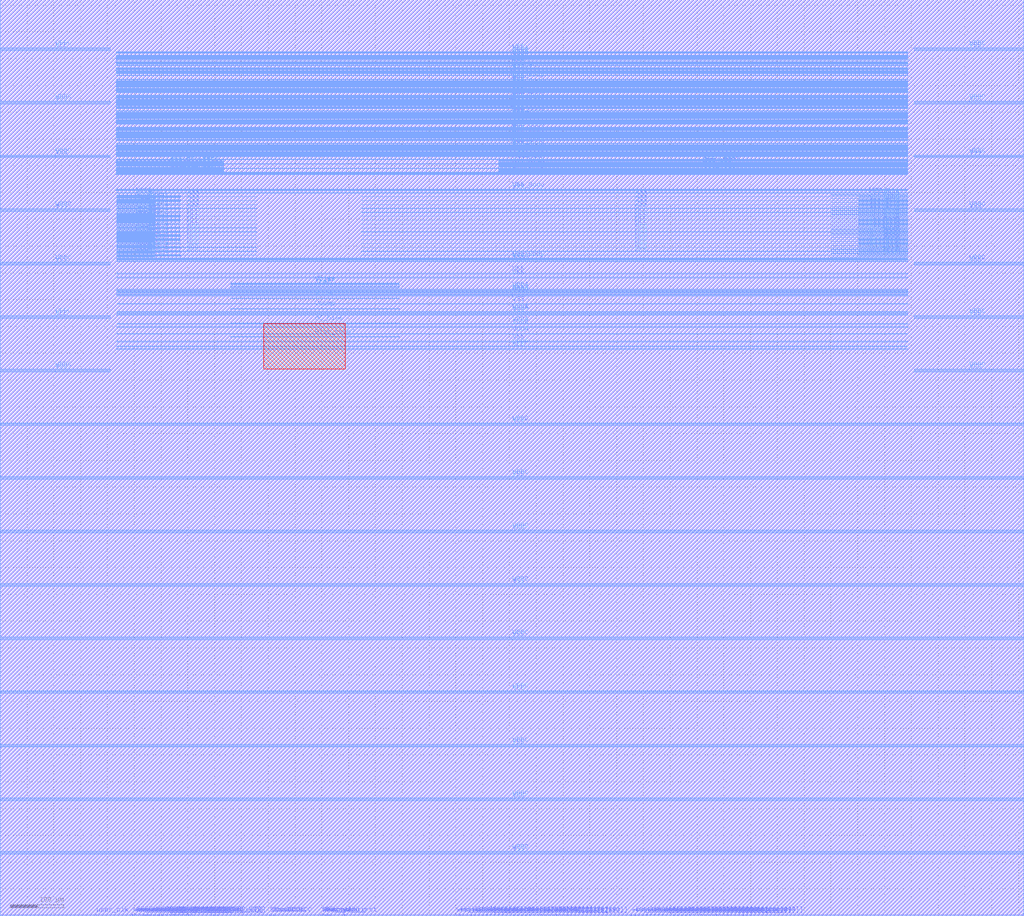
<source format=lef>
VERSION 5.7 ;
BUSBITCHARS "[]" ;
DIVIDERCHAR "/" ;
MACRO Neuromorphic_X1_wb
  CLASS BLOCK ;
  ORIGIN 0 0 ;
  FOREIGN Neuromorphic_X1_wb 0 0 ;
  SIZE 1910 BY 1710 ;
  PIN wbs_we_i
    DIRECTION INPUT ;
    USE SIGNAL ;
    PORT
      LAYER met2 ;
        RECT 607.73 0 608.03 2.91 ;
    END
  END wbs_we_i
  PIN wbs_dat_i[0]
    DIRECTION INPUT ;
    USE SIGNAL ;
    PORT
      LAYER met2 ;
        RECT 850.41 0 850.71 2.91 ;
    END
  END wbs_dat_i[0]
  PIN wbs_dat_i[31]
    DIRECTION INPUT ;
    USE SIGNAL ;
    PORT
      LAYER met2 ;
        RECT 1073.61 0 1073.91 2.91 ;
    END
  END wbs_dat_i[31]
  PIN wbs_dat_i[30]
    DIRECTION INPUT ;
    USE SIGNAL ;
    PORT
      LAYER met2 ;
        RECT 1066.41 0 1066.71 2.91 ;
    END
  END wbs_dat_i[30]
  PIN wbs_dat_i[29]
    DIRECTION INPUT ;
    USE SIGNAL ;
    PORT
      LAYER met2 ;
        RECT 1059.21 0 1059.51 2.91 ;
    END
  END wbs_dat_i[29]
  PIN wbs_dat_i[28]
    DIRECTION INPUT ;
    USE SIGNAL ;
    PORT
      LAYER met2 ;
        RECT 1052.01 0 1052.31 2.91 ;
    END
  END wbs_dat_i[28]
  PIN wbs_dat_i[27]
    DIRECTION INPUT ;
    USE SIGNAL ;
    PORT
      LAYER met2 ;
        RECT 1044.81 0 1045.11 2.91 ;
    END
  END wbs_dat_i[27]
  PIN wbs_dat_i[26]
    DIRECTION INPUT ;
    USE SIGNAL ;
    PORT
      LAYER met2 ;
        RECT 1037.61 0 1037.91 2.91 ;
    END
  END wbs_dat_i[26]
  PIN wbs_dat_i[25]
    DIRECTION INPUT ;
    USE SIGNAL ;
    PORT
      LAYER met2 ;
        RECT 1030.41 0 1030.71 2.91 ;
    END
  END wbs_dat_i[25]
  PIN wbs_dat_i[24]
    DIRECTION INPUT ;
    USE SIGNAL ;
    PORT
      LAYER met2 ;
        RECT 1023.21 0 1023.51 2.91 ;
    END
  END wbs_dat_i[24]
  PIN wbs_dat_i[23]
    DIRECTION INPUT ;
    USE SIGNAL ;
    PORT
      LAYER met2 ;
        RECT 1016.01 0 1016.31 2.91 ;
    END
  END wbs_dat_i[23]
  PIN wbs_dat_i[22]
    DIRECTION INPUT ;
    USE SIGNAL ;
    PORT
      LAYER met2 ;
        RECT 1008.81 0 1009.11 2.91 ;
    END
  END wbs_dat_i[22]
  PIN wbs_dat_i[21]
    DIRECTION INPUT ;
    USE SIGNAL ;
    PORT
      LAYER met2 ;
        RECT 1001.61 0 1001.91 2.91 ;
    END
  END wbs_dat_i[21]
  PIN wbs_dat_i[20]
    DIRECTION INPUT ;
    USE SIGNAL ;
    PORT
      LAYER met2 ;
        RECT 994.41 0 994.71 2.91 ;
    END
  END wbs_dat_i[20]
  PIN wbs_dat_i[19]
    DIRECTION INPUT ;
    USE SIGNAL ;
    PORT
      LAYER met2 ;
        RECT 987.21 0 987.51 2.91 ;
    END
  END wbs_dat_i[19]
  PIN wbs_dat_i[18]
    DIRECTION INPUT ;
    USE SIGNAL ;
    PORT
      LAYER met2 ;
        RECT 980.01 0 980.31 2.91 ;
    END
  END wbs_dat_i[18]
  PIN wbs_dat_i[17]
    DIRECTION INPUT ;
    USE SIGNAL ;
    PORT
      LAYER met2 ;
        RECT 972.81 0 973.11 2.91 ;
    END
  END wbs_dat_i[17]
  PIN wbs_dat_i[16]
    DIRECTION INPUT ;
    USE SIGNAL ;
    PORT
      LAYER met2 ;
        RECT 965.61 0 965.91 2.91 ;
    END
  END wbs_dat_i[16]
  PIN wbs_dat_i[15]
    DIRECTION INPUT ;
    USE SIGNAL ;
    PORT
      LAYER met2 ;
        RECT 958.41 0 958.71 2.91 ;
    END
  END wbs_dat_i[15]
  PIN wbs_dat_i[14]
    DIRECTION INPUT ;
    USE SIGNAL ;
    PORT
      LAYER met2 ;
        RECT 951.21 0 951.51 2.91 ;
    END
  END wbs_dat_i[14]
  PIN wbs_dat_i[13]
    DIRECTION INPUT ;
    USE SIGNAL ;
    PORT
      LAYER met2 ;
        RECT 944.01 0 944.31 2.91 ;
    END
  END wbs_dat_i[13]
  PIN wbs_dat_i[12]
    DIRECTION INPUT ;
    USE SIGNAL ;
    PORT
      LAYER met2 ;
        RECT 936.81 0 937.11 2.91 ;
    END
  END wbs_dat_i[12]
  PIN wbs_dat_i[11]
    DIRECTION INPUT ;
    USE SIGNAL ;
    PORT
      LAYER met2 ;
        RECT 929.61 0 929.91 2.91 ;
    END
  END wbs_dat_i[11]
  PIN wbs_dat_i[10]
    DIRECTION INPUT ;
    USE SIGNAL ;
    PORT
      LAYER met2 ;
        RECT 922.41 0 922.71 2.91 ;
    END
  END wbs_dat_i[10]
  PIN wbs_dat_i[9]
    DIRECTION INPUT ;
    USE SIGNAL ;
    PORT
      LAYER met2 ;
        RECT 915.21 0 915.51 2.91 ;
    END
  END wbs_dat_i[9]
  PIN wbs_dat_i[8]
    DIRECTION INPUT ;
    USE SIGNAL ;
    PORT
      LAYER met2 ;
        RECT 908.01 0 908.31 2.91 ;
    END
  END wbs_dat_i[8]
  PIN wbs_dat_i[7]
    DIRECTION INPUT ;
    USE SIGNAL ;
    PORT
      LAYER met2 ;
        RECT 900.81 0 901.11 2.91 ;
    END
  END wbs_dat_i[7]
  PIN wbs_dat_i[6]
    DIRECTION INPUT ;
    USE SIGNAL ;
    PORT
      LAYER met2 ;
        RECT 893.61 0 893.91 2.91 ;
    END
  END wbs_dat_i[6]
  PIN wbs_dat_i[5]
    DIRECTION INPUT ;
    USE SIGNAL ;
    PORT
      LAYER met2 ;
        RECT 886.41 0 886.71 2.91 ;
    END
  END wbs_dat_i[5]
  PIN wbs_dat_i[4]
    DIRECTION INPUT ;
    USE SIGNAL ;
    PORT
      LAYER met2 ;
        RECT 879.21 0 879.51 2.91 ;
    END
  END wbs_dat_i[4]
  PIN wbs_dat_i[3]
    DIRECTION INPUT ;
    USE SIGNAL ;
    PORT
      LAYER met2 ;
        RECT 872.01 0 872.31 2.91 ;
    END
  END wbs_dat_i[3]
  PIN wbs_dat_i[2]
    DIRECTION INPUT ;
    USE SIGNAL ;
    PORT
      LAYER met2 ;
        RECT 864.81 0 865.11 2.91 ;
    END
  END wbs_dat_i[2]
  PIN user_clk
    DIRECTION INPUT ;
    USE SIGNAL ;
    PORT
      LAYER met2 ;
        RECT 178.83 0 179.13 2.91 ;
    END
  END user_clk
  PIN wbs_sel_i[3]
    DIRECTION INPUT ;
    USE SIGNAL ;
    PORT
      LAYER met2 ;
        RECT 394.655 0 394.955 2.91 ;
    END
  END wbs_sel_i[3]
  PIN wbs_sel_i[2]
    DIRECTION INPUT ;
    USE SIGNAL ;
    PORT
      LAYER met2 ;
        RECT 398.255 0 398.555 2.91 ;
    END
  END wbs_sel_i[2]
  PIN wbs_sel_i[1]
    DIRECTION INPUT ;
    USE SIGNAL ;
    PORT
      LAYER met2 ;
        RECT 401.855 0 402.155 2.91 ;
    END
  END wbs_sel_i[1]
  PIN wbs_ack_o
    DIRECTION OUTPUT ;
    USE SIGNAL ;
    PORT
      LAYER met2 ;
        RECT 614.92 0 615.22 2.91 ;
    END
  END wbs_ack_o
  PIN wbs_dat_o[9]
    DIRECTION OUTPUT ;
    USE SIGNAL ;
    PORT
      LAYER met2 ;
        RECT 1242.575 0 1242.875 2.91 ;
    END
  END wbs_dat_o[9]
  PIN wbs_dat_o[8]
    DIRECTION OUTPUT ;
    USE SIGNAL ;
    PORT
      LAYER met2 ;
        RECT 1235.375 0 1235.675 2.91 ;
    END
  END wbs_dat_o[8]
  PIN wbs_dat_o[29]
    DIRECTION OUTPUT ;
    USE SIGNAL ;
    PORT
      LAYER met2 ;
        RECT 1386.575 0 1386.875 2.91 ;
    END
  END wbs_dat_o[29]
  PIN wbs_dat_o[2]
    DIRECTION OUTPUT ;
    USE SIGNAL ;
    PORT
      LAYER met2 ;
        RECT 1192.175 0 1192.475 2.91 ;
    END
  END wbs_dat_o[2]
  PIN wbs_dat_i[1]
    DIRECTION INPUT ;
    USE SIGNAL ;
    PORT
      LAYER met2 ;
        RECT 857.61 0 857.91 2.91 ;
    END
  END wbs_dat_i[1]
  PIN wbs_dat_o[28]
    DIRECTION OUTPUT ;
    USE SIGNAL ;
    PORT
      LAYER met2 ;
        RECT 1379.375 0 1379.675 2.91 ;
    END
  END wbs_dat_o[28]
  PIN wbs_dat_o[27]
    DIRECTION OUTPUT ;
    USE SIGNAL ;
    PORT
      LAYER met2 ;
        RECT 1372.175 0 1372.475 2.91 ;
    END
  END wbs_dat_o[27]
  PIN wbs_dat_o[26]
    DIRECTION OUTPUT ;
    USE SIGNAL ;
    PORT
      LAYER met2 ;
        RECT 1364.975 0 1365.275 2.91 ;
    END
  END wbs_dat_o[26]
  PIN wbs_dat_o[25]
    DIRECTION OUTPUT ;
    USE SIGNAL ;
    PORT
      LAYER met2 ;
        RECT 1357.775 0 1358.075 2.91 ;
    END
  END wbs_dat_o[25]
  PIN wbs_dat_o[24]
    DIRECTION OUTPUT ;
    USE SIGNAL ;
    PORT
      LAYER met2 ;
        RECT 1350.575 0 1350.875 2.91 ;
    END
  END wbs_dat_o[24]
  PIN wbs_dat_o[23]
    DIRECTION OUTPUT ;
    USE SIGNAL ;
    PORT
      LAYER met2 ;
        RECT 1343.375 0 1343.675 2.91 ;
    END
  END wbs_dat_o[23]
  PIN wbs_dat_o[22]
    DIRECTION OUTPUT ;
    USE SIGNAL ;
    PORT
      LAYER met2 ;
        RECT 1336.175 0 1336.475 2.91 ;
    END
  END wbs_dat_o[22]
  PIN wbs_dat_o[21]
    DIRECTION OUTPUT ;
    USE SIGNAL ;
    PORT
      LAYER met2 ;
        RECT 1328.975 0 1329.275 2.91 ;
    END
  END wbs_dat_o[21]
  PIN wbs_dat_o[20]
    DIRECTION OUTPUT ;
    USE SIGNAL ;
    PORT
      LAYER met2 ;
        RECT 1321.775 0 1322.075 2.91 ;
    END
  END wbs_dat_o[20]
  PIN wbs_dat_o[19]
    DIRECTION OUTPUT ;
    USE SIGNAL ;
    PORT
      LAYER met2 ;
        RECT 1314.575 0 1314.875 2.91 ;
    END
  END wbs_dat_o[19]
  PIN wbs_dat_o[18]
    DIRECTION OUTPUT ;
    USE SIGNAL ;
    PORT
      LAYER met2 ;
        RECT 1307.375 0 1307.675 2.91 ;
    END
  END wbs_dat_o[18]
  PIN wbs_dat_o[17]
    DIRECTION OUTPUT ;
    USE SIGNAL ;
    PORT
      LAYER met2 ;
        RECT 1300.175 0 1300.475 2.91 ;
    END
  END wbs_dat_o[17]
  PIN wbs_dat_o[16]
    DIRECTION OUTPUT ;
    USE SIGNAL ;
    PORT
      LAYER met2 ;
        RECT 1292.975 0 1293.275 2.91 ;
    END
  END wbs_dat_o[16]
  PIN wbs_dat_o[15]
    DIRECTION OUTPUT ;
    USE SIGNAL ;
    PORT
      LAYER met2 ;
        RECT 1285.775 0 1286.075 2.91 ;
    END
  END wbs_dat_o[15]
  PIN wbs_dat_o[14]
    DIRECTION OUTPUT ;
    USE SIGNAL ;
    PORT
      LAYER met2 ;
        RECT 1278.575 0 1278.875 2.91 ;
    END
  END wbs_dat_o[14]
  PIN wbs_dat_o[13]
    DIRECTION OUTPUT ;
    USE SIGNAL ;
    PORT
      LAYER met2 ;
        RECT 1271.375 0 1271.675 2.91 ;
    END
  END wbs_dat_o[13]
  PIN wbs_dat_o[12]
    DIRECTION OUTPUT ;
    USE SIGNAL ;
    PORT
      LAYER met2 ;
        RECT 1264.175 0 1264.475 2.91 ;
    END
  END wbs_dat_o[12]
  PIN wbs_dat_o[11]
    DIRECTION OUTPUT ;
    USE SIGNAL ;
    PORT
      LAYER met2 ;
        RECT 1256.975 0 1257.275 2.91 ;
    END
  END wbs_dat_o[11]
  PIN wbs_dat_o[31]
    DIRECTION OUTPUT ;
    USE SIGNAL ;
    PORT
      LAYER met2 ;
        RECT 1400.975 0 1401.275 2.91 ;
    END
  END wbs_dat_o[31]
  PIN wbs_dat_o[7]
    DIRECTION OUTPUT ;
    USE SIGNAL ;
    PORT
      LAYER met2 ;
        RECT 1228.175 0 1228.475 2.91 ;
    END
  END wbs_dat_o[7]
  PIN wbs_dat_o[6]
    DIRECTION OUTPUT ;
    USE SIGNAL ;
    PORT
      LAYER met2 ;
        RECT 1220.975 0 1221.275 2.91 ;
    END
  END wbs_dat_o[6]
  PIN wbs_dat_o[5]
    DIRECTION OUTPUT ;
    USE SIGNAL ;
    PORT
      LAYER met2 ;
        RECT 1213.775 0 1214.075 2.91 ;
    END
  END wbs_dat_o[5]
  PIN wbs_dat_o[4]
    DIRECTION OUTPUT ;
    USE SIGNAL ;
    PORT
      LAYER met2 ;
        RECT 1206.575 0 1206.875 2.91 ;
    END
  END wbs_dat_o[4]
  PIN wbs_dat_o[3]
    DIRECTION OUTPUT ;
    USE SIGNAL ;
    PORT
      LAYER met2 ;
        RECT 1199.375 0 1199.675 2.91 ;
    END
  END wbs_dat_o[3]
  PIN wbs_dat_o[30]
    DIRECTION OUTPUT ;
    USE SIGNAL ;
    PORT
      LAYER met2 ;
        RECT 1393.775 0 1394.075 2.91 ;
    END
  END wbs_dat_o[30]
  PIN wbs_dat_o[1]
    DIRECTION OUTPUT ;
    USE SIGNAL ;
    PORT
      LAYER met2 ;
        RECT 1184.975 0 1185.275 2.91 ;
    END
  END wbs_dat_o[1]
  PIN wbs_dat_o[10]
    DIRECTION OUTPUT ;
    USE SIGNAL ;
    PORT
      LAYER met2 ;
        RECT 1249.775 0 1250.075 2.91 ;
    END
  END wbs_dat_o[10]
  PIN user_rst
    DIRECTION INPUT ;
    USE SIGNAL ;
    PORT
      LAYER met2 ;
        RECT 642.25 0 642.55 2.91 ;
    END
  END user_rst
  PIN wb_rst_i
    DIRECTION INPUT ;
    USE SIGNAL ;
    PORT
      LAYER met2 ;
        RECT 611.33 0 611.63 2.91 ;
    END
  END wb_rst_i
  PIN dc_bias
    DIRECTION INPUT ;
    USE SIGNAL ;
    PORT
      LAYER met3 ;
        RECT 430.06 1105.585 744.26 1106.715 ;
    END
  END dc_bias
  PIN wbs_sel_i[0]
    DIRECTION INPUT ;
    USE SIGNAL ;
    PORT
      LAYER met2 ;
        RECT 405.455 0 405.755 2.91 ;
    END
  END wbs_sel_i[0]
  PIN wbs_dat_o[0]
    DIRECTION OUTPUT ;
    USE SIGNAL ;
    PORT
      LAYER met2 ;
        RECT 1177.775 0 1178.075 2.91 ;
    END
  END wbs_dat_o[0]
  PIN TM
    DIRECTION INPUT ;
    USE SIGNAL ;
    PORT
      LAYER met2 ;
        RECT 597.725 0 598.025 2.91 ;
    END
  END TM
  PIN wbs_stb_i
    DIRECTION INPUT ;
    USE SIGNAL ;
    PORT
      LAYER met2 ;
        RECT 604.44 0 604.74 2.91 ;
    END
  END wbs_stb_i
  PIN ScanInCC
    DIRECTION INPUT ;
    USE SIGNAL ;
    PORT
      LAYER met2 ;
        RECT 509.995 0 510.295 2.91 ;
    END
  END ScanInCC
  PIN ScanInDL
    DIRECTION INPUT ;
    USE SIGNAL ;
    PORT
      LAYER met2 ;
        RECT 506.395 0 506.695 2.91 ;
    END
  END ScanInDL
  PIN ScanInDR
    DIRECTION INPUT ;
    USE SIGNAL ;
    PORT
      LAYER met2 ;
        RECT 502.795 0 503.095 2.91 ;
    END
  END ScanInDR
  PIN ScanOutCC
    DIRECTION OUTPUT ;
    USE SIGNAL ;
    PORT
      LAYER met2 ;
        RECT 513.8 0 514.1 2.91 ;
    END
  END ScanOutCC
  PIN Iref
    DIRECTION INPUT ;
    USE SIGNAL ;
    PORT
      LAYER met3 ;
        RECT 430.06 1171.82 744.26 1173.12 ;
    END
    PORT
      LAYER met3 ;
        RECT 430.06 1173.82 744.26 1175.12 ;
    END
  END Iref
  PIN Vbias
    DIRECTION INPUT ;
    USE SIGNAL ;
    PORT
      LAYER met3 ;
        RECT 430.06 1179.84 744.26 1180.97 ;
    END
    PORT
      LAYER met3 ;
        RECT 430.06 1178.21 744.26 1179.34 ;
    END
  END Vbias
  PIN Vcomp
    DIRECTION INPUT ;
    USE SIGNAL ;
    PORT
      LAYER met3 ;
        RECT 430.06 1132.74 744.26 1133.87 ;
    END
    PORT
      LAYER met3 ;
        RECT 430.06 1152.17 744.26 1153.3 ;
    END
  END Vcomp
  PIN wbs_adr_i[10]
    DIRECTION INPUT ;
    USE SIGNAL ;
    PORT
      LAYER met2 ;
        RECT 282.605 0 282.905 2.91 ;
    END
  END wbs_adr_i[10]
  PIN Bias_comp2
    DIRECTION INPUT ;
    USE SIGNAL ;
    PORT
      LAYER met3 ;
        RECT 430.06 1079.87 744.26 1081 ;
    END
  END Bias_comp2
  PIN wbs_adr_i[0]
    DIRECTION INPUT ;
    USE SIGNAL ;
    PORT
      LAYER met2 ;
        RECT 246.605 0 246.905 2.91 ;
    END
  END wbs_adr_i[0]
  PIN Vcc_L
    DIRECTION INPUT ;
    USE SIGNAL ;
    PORT
      LAYER met3 ;
        RECT 216.895 1385.22 1692.84 1386.22 ;
    END
    PORT
      LAYER met3 ;
        RECT 1550.535 1229.19 1692.935 1229.53 ;
    END
    PORT
      LAYER met3 ;
        RECT 1550.535 1236.47 1692.935 1236.81 ;
    END
    PORT
      LAYER met3 ;
        RECT 1550.535 1243.75 1692.935 1244.09 ;
    END
    PORT
      LAYER met3 ;
        RECT 1550.535 1251.03 1692.935 1251.37 ;
    END
    PORT
      LAYER met3 ;
        RECT 1550.535 1265.59 1692.935 1265.93 ;
    END
    PORT
      LAYER met3 ;
        RECT 1550.535 1258.31 1692.935 1258.65 ;
    END
    PORT
      LAYER met3 ;
        RECT 1550.535 1272.87 1692.935 1273.21 ;
    END
    PORT
      LAYER met3 ;
        RECT 1550.535 1280.15 1692.935 1280.49 ;
    END
    PORT
      LAYER met3 ;
        RECT 1550.535 1287.43 1692.935 1287.77 ;
    END
    PORT
      LAYER met3 ;
        RECT 1550.535 1294.71 1692.935 1295.05 ;
    END
    PORT
      LAYER met3 ;
        RECT 1550.535 1301.99 1692.935 1302.33 ;
    END
    PORT
      LAYER met3 ;
        RECT 1550.535 1309.27 1692.935 1309.61 ;
    END
    PORT
      LAYER met3 ;
        RECT 1550.535 1323.83 1692.935 1324.17 ;
    END
    PORT
      LAYER met3 ;
        RECT 1550.535 1316.55 1692.935 1316.89 ;
    END
    PORT
      LAYER met3 ;
        RECT 1550.535 1338.39 1692.935 1338.73 ;
    END
    PORT
      LAYER met3 ;
        RECT 1550.535 1331.11 1692.935 1331.45 ;
    END
    PORT
      LAYER met3 ;
        RECT 1550.535 1345.67 1692.935 1346.01 ;
    END
    PORT
      LAYER met3 ;
        RECT 216.99 1231.615 336.095 1231.955 ;
    END
    PORT
      LAYER met3 ;
        RECT 216.99 1238.895 336.095 1239.235 ;
    END
    PORT
      LAYER met3 ;
        RECT 216.99 1234.335 336.095 1234.675 ;
    END
    PORT
      LAYER met3 ;
        RECT 216.99 1241.615 336.095 1241.955 ;
    END
    PORT
      LAYER met3 ;
        RECT 216.99 1246.175 336.095 1246.515 ;
    END
    PORT
      LAYER met3 ;
        RECT 216.99 1253.455 336.095 1253.795 ;
    END
    PORT
      LAYER met3 ;
        RECT 216.99 1248.895 336.095 1249.235 ;
    END
    PORT
      LAYER met3 ;
        RECT 216.99 1256.175 336.095 1256.515 ;
    END
    PORT
      LAYER met3 ;
        RECT 216.99 1260.735 336.095 1261.075 ;
    END
    PORT
      LAYER met3 ;
        RECT 216.99 1268.015 336.095 1268.355 ;
    END
    PORT
      LAYER met3 ;
        RECT 216.99 1263.455 336.095 1263.795 ;
    END
    PORT
      LAYER met3 ;
        RECT 216.99 1270.735 336.095 1271.075 ;
    END
    PORT
      LAYER met3 ;
        RECT 216.99 1275.295 336.095 1275.635 ;
    END
    PORT
      LAYER met3 ;
        RECT 216.99 1282.575 336.095 1282.915 ;
    END
    PORT
      LAYER met3 ;
        RECT 216.99 1278.015 336.095 1278.355 ;
    END
    PORT
      LAYER met3 ;
        RECT 216.99 1285.295 336.095 1285.635 ;
    END
    PORT
      LAYER met3 ;
        RECT 216.99 1289.855 336.095 1290.195 ;
    END
    PORT
      LAYER met3 ;
        RECT 216.99 1297.135 336.095 1297.475 ;
    END
    PORT
      LAYER met3 ;
        RECT 216.99 1292.575 336.095 1292.915 ;
    END
    PORT
      LAYER met3 ;
        RECT 216.99 1299.855 336.095 1300.195 ;
    END
    PORT
      LAYER met3 ;
        RECT 216.99 1304.415 336.095 1304.755 ;
    END
    PORT
      LAYER met3 ;
        RECT 216.99 1311.695 336.095 1312.035 ;
    END
    PORT
      LAYER met3 ;
        RECT 216.99 1307.135 336.095 1307.475 ;
    END
    PORT
      LAYER met3 ;
        RECT 216.99 1314.415 336.095 1314.755 ;
    END
    PORT
      LAYER met3 ;
        RECT 216.99 1328.975 336.095 1329.315 ;
    END
    PORT
      LAYER met3 ;
        RECT 216.99 1321.695 336.095 1322.035 ;
    END
    PORT
      LAYER met3 ;
        RECT 216.99 1326.255 336.095 1326.595 ;
    END
    PORT
      LAYER met3 ;
        RECT 216.99 1318.975 336.095 1319.315 ;
    END
    PORT
      LAYER met3 ;
        RECT 216.99 1336.255 336.095 1336.595 ;
    END
    PORT
      LAYER met3 ;
        RECT 216.99 1340.815 336.095 1341.155 ;
    END
    PORT
      LAYER met3 ;
        RECT 216.99 1333.535 336.095 1333.875 ;
    END
    PORT
      LAYER met3 ;
        RECT 216.99 1343.535 336.095 1343.875 ;
    END
    PORT
      LAYER met3 ;
        RECT 216.895 1571.96 1692.84 1572.96 ;
    END
    PORT
      LAYER met3 ;
        RECT 216.895 1573.96 1692.84 1574.96 ;
    END
    PORT
      LAYER met3 ;
        RECT 216.895 1575.96 1692.84 1576.96 ;
    END
    PORT
      LAYER met3 ;
        RECT 216.895 1577.96 1692.84 1578.96 ;
    END
    PORT
      LAYER met3 ;
        RECT 216.895 1579.96 1692.84 1580.96 ;
    END
    PORT
      LAYER met3 ;
        RECT 216.895 1581.96 1692.84 1582.96 ;
    END
  END Vcc_L
  PIN Vcc_Body
    DIRECTION INPUT ;
    USE SIGNAL ;
    PORT
      LAYER met3 ;
        RECT 216.895 1387.08 1692.84 1388.08 ;
    END
    PORT
      LAYER met3 ;
        RECT 216.895 1395.08 1692.84 1396.08 ;
    END
    PORT
      LAYER met3 ;
        RECT 216.895 1403.08 1692.84 1404.08 ;
    END
    PORT
      LAYER met3 ;
        RECT 216.895 1422.86 1692.84 1423.86 ;
    END
    PORT
      LAYER met3 ;
        RECT 216.895 1428.86 1692.84 1429.86 ;
    END
    PORT
      LAYER met3 ;
        RECT 216.895 1455.125 1692.84 1456.125 ;
    END
    PORT
      LAYER met3 ;
        RECT 216.895 1483.545 1692.84 1484.545 ;
    END
    PORT
      LAYER met3 ;
        RECT 216.895 1512.8 1692.84 1513.8 ;
    END
    PORT
      LAYER met3 ;
        RECT 216.895 1548.335 1692.84 1549.335 ;
    END
    PORT
      LAYER met3 ;
        RECT 216.99 1225.155 1692.935 1226.155 ;
    END
    PORT
      LAYER met3 ;
        RECT 216.895 1353.745 1692.84 1354.745 ;
    END
    PORT
      LAYER met3 ;
        RECT 216.895 1411.08 1692.84 1412.08 ;
    END
    PORT
      LAYER met3 ;
        RECT 216.895 1434.86 1692.84 1435.86 ;
    END
    PORT
      LAYER met3 ;
        RECT 216.895 1440.86 1692.84 1441.86 ;
    END
    PORT
      LAYER met3 ;
        RECT 216.895 1467.125 1692.84 1468.125 ;
    END
    PORT
      LAYER met3 ;
        RECT 216.895 1495.545 1692.84 1496.545 ;
    END
    PORT
      LAYER met3 ;
        RECT 216.895 1524.8 1692.84 1525.8 ;
    END
    PORT
      LAYER met3 ;
        RECT 216.895 1560.335 1692.84 1561.335 ;
    END
  END Vcc_Body
  PIN Vcc_reset
    DIRECTION INPUT ;
    USE SIGNAL ;
    PORT
      LAYER met3 ;
        RECT 929.635 1409.22 1692.84 1410.22 ;
    END
    PORT
      LAYER met3 ;
        RECT 929.635 1407.22 1692.84 1408.22 ;
    END
    PORT
      LAYER met3 ;
        RECT 929.635 1405.22 1692.84 1406.22 ;
    END
  END Vcc_reset
  PIN Vcc_set
    DIRECTION INPUT ;
    USE SIGNAL ;
    PORT
      LAYER met3 ;
        RECT 929.635 1401.08 1692.84 1402.08 ;
    END
    PORT
      LAYER met3 ;
        RECT 929.635 1399.08 1692.84 1400.08 ;
    END
    PORT
      LAYER met3 ;
        RECT 929.635 1397.08 1692.84 1398.08 ;
    END
  END Vcc_set
  PIN Vcc_wl_reset
    DIRECTION INPUT ;
    USE SIGNAL ;
    PORT
      LAYER met3 ;
        RECT 216.895 1409.08 416.89 1410.08 ;
    END
    PORT
      LAYER met3 ;
        RECT 216.895 1407.08 416.89 1408.08 ;
    END
    PORT
      LAYER met3 ;
        RECT 216.895 1405.08 416.89 1406.08 ;
    END
  END Vcc_wl_reset
  PIN Vcc_wl_set
    DIRECTION INPUT ;
    USE SIGNAL ;
    PORT
      LAYER met3 ;
        RECT 216.895 1400.94 416.89 1401.94 ;
    END
    PORT
      LAYER met3 ;
        RECT 216.895 1398.94 416.89 1399.94 ;
    END
    PORT
      LAYER met3 ;
        RECT 216.895 1396.94 416.89 1397.94 ;
    END
  END Vcc_wl_set
  PIN Vcc_wl_read
    DIRECTION INPUT ;
    USE SIGNAL ;
    PORT
      LAYER met3 ;
        RECT 216.895 1392.94 416.89 1393.94 ;
    END
    PORT
      LAYER met3 ;
        RECT 216.895 1390.94 416.89 1391.94 ;
    END
    PORT
      LAYER met3 ;
        RECT 216.895 1388.94 416.89 1389.94 ;
    END
  END Vcc_wl_read
  PIN Vcc_read
    DIRECTION INPUT ;
    USE SIGNAL ;
    PORT
      LAYER met3 ;
        RECT 929.635 1393.08 1692.84 1394.08 ;
    END
    PORT
      LAYER met3 ;
        RECT 929.635 1391.08 1692.84 1392.08 ;
    END
    PORT
      LAYER met3 ;
        RECT 929.635 1389.08 1692.84 1390.08 ;
    END
  END Vcc_read
  PIN VSS
    DIRECTION INOUT ;
    USE GROUND ;
    PORT
      LAYER met3 ;
        RECT 216.895 1383.36 1692.84 1384.36 ;
    END
    PORT
      LAYER met3 ;
        RECT 216.99 1121.125 1692.935 1122.625 ;
    END
    PORT
      LAYER met3 ;
        RECT 216.99 1141.41 1692.935 1142.91 ;
    END
    PORT
      LAYER met3 ;
        RECT 216.99 1157.14 1692.935 1158.64 ;
    END
    PORT
      LAYER met3 ;
        RECT 216.99 1165.585 1692.935 1167.085 ;
    END
    PORT
      LAYER met3 ;
        RECT 673.905 1232.83 1692.935 1233.17 ;
    END
    PORT
      LAYER met3 ;
        RECT 673.905 1240.11 1692.935 1240.45 ;
    END
    PORT
      LAYER met3 ;
        RECT 673.905 1247.39 1692.935 1247.73 ;
    END
    PORT
      LAYER met3 ;
        RECT 673.905 1254.67 1692.935 1255.01 ;
    END
    PORT
      LAYER met3 ;
        RECT 673.905 1261.95 1692.935 1262.29 ;
    END
    PORT
      LAYER met3 ;
        RECT 673.905 1269.23 1692.935 1269.57 ;
    END
    PORT
      LAYER met3 ;
        RECT 673.905 1276.51 1692.935 1276.85 ;
    END
    PORT
      LAYER met3 ;
        RECT 673.905 1283.79 1692.935 1284.13 ;
    END
    PORT
      LAYER met3 ;
        RECT 673.905 1291.07 1692.935 1291.41 ;
    END
    PORT
      LAYER met3 ;
        RECT 673.905 1298.35 1692.935 1298.69 ;
    END
    PORT
      LAYER met3 ;
        RECT 673.905 1305.63 1692.935 1305.97 ;
    END
    PORT
      LAYER met3 ;
        RECT 673.905 1312.91 1692.935 1313.25 ;
    END
    PORT
      LAYER met3 ;
        RECT 673.905 1320.19 1692.935 1320.53 ;
    END
    PORT
      LAYER met3 ;
        RECT 673.905 1327.47 1692.935 1327.81 ;
    END
    PORT
      LAYER met3 ;
        RECT 673.905 1334.75 1692.935 1335.09 ;
    END
    PORT
      LAYER met3 ;
        RECT 673.905 1342.03 1692.935 1342.37 ;
    END
    PORT
      LAYER met3 ;
        RECT 216.99 1240.255 478.585 1240.595 ;
    END
    PORT
      LAYER met3 ;
        RECT 216.99 1232.975 478.585 1233.315 ;
    END
    PORT
      LAYER met3 ;
        RECT 216.99 1247.535 478.585 1247.875 ;
    END
    PORT
      LAYER met3 ;
        RECT 216.99 1254.815 478.585 1255.155 ;
    END
    PORT
      LAYER met3 ;
        RECT 216.99 1269.375 478.585 1269.715 ;
    END
    PORT
      LAYER met3 ;
        RECT 216.99 1262.095 478.585 1262.435 ;
    END
    PORT
      LAYER met3 ;
        RECT 216.99 1283.935 478.585 1284.275 ;
    END
    PORT
      LAYER met3 ;
        RECT 216.99 1276.655 478.585 1276.995 ;
    END
    PORT
      LAYER met3 ;
        RECT 216.99 1298.495 478.585 1298.835 ;
    END
    PORT
      LAYER met3 ;
        RECT 216.99 1291.215 478.585 1291.555 ;
    END
    PORT
      LAYER met3 ;
        RECT 216.99 1313.055 478.585 1313.395 ;
    END
    PORT
      LAYER met3 ;
        RECT 216.99 1305.775 478.585 1306.115 ;
    END
    PORT
      LAYER met3 ;
        RECT 216.99 1327.615 478.585 1327.955 ;
    END
    PORT
      LAYER met3 ;
        RECT 216.99 1320.335 478.585 1320.675 ;
    END
    PORT
      LAYER met3 ;
        RECT 216.99 1334.895 478.585 1335.235 ;
    END
    PORT
      LAYER met3 ;
        RECT 216.895 1416.86 1692.84 1417.86 ;
    END
    PORT
      LAYER met3 ;
        RECT 216.895 1424.86 1692.84 1425.86 ;
    END
    PORT
      LAYER met3 ;
        RECT 216.895 1426.86 1692.84 1427.86 ;
    END
    PORT
      LAYER met3 ;
        RECT 216.895 1418.86 1692.84 1419.86 ;
    END
    PORT
      LAYER met3 ;
        RECT 216.895 1420.86 1692.84 1421.86 ;
    END
    PORT
      LAYER met3 ;
        RECT 216.895 1447.125 1692.84 1448.125 ;
    END
    PORT
      LAYER met3 ;
        RECT 216.895 1449.125 1692.84 1450.125 ;
    END
    PORT
      LAYER met3 ;
        RECT 216.895 1451.125 1692.84 1452.125 ;
    END
    PORT
      LAYER met3 ;
        RECT 216.895 1453.125 1692.84 1454.125 ;
    END
    PORT
      LAYER met3 ;
        RECT 216.895 1457.125 1692.84 1458.125 ;
    END
    PORT
      LAYER met3 ;
        RECT 216.895 1459.125 1692.84 1460.125 ;
    END
    PORT
      LAYER met3 ;
        RECT 216.895 1477.545 1692.84 1478.545 ;
    END
    PORT
      LAYER met3 ;
        RECT 216.895 1479.545 1692.84 1480.545 ;
    END
    PORT
      LAYER met3 ;
        RECT 216.895 1481.545 1692.84 1482.545 ;
    END
    PORT
      LAYER met3 ;
        RECT 216.895 1485.545 1692.84 1486.545 ;
    END
    PORT
      LAYER met3 ;
        RECT 216.895 1487.545 1692.84 1488.545 ;
    END
    PORT
      LAYER met3 ;
        RECT 216.895 1489.545 1692.84 1490.545 ;
    END
    PORT
      LAYER met3 ;
        RECT 216.895 1506.8 1692.84 1507.8 ;
    END
    PORT
      LAYER met3 ;
        RECT 216.895 1508.8 1692.84 1509.8 ;
    END
    PORT
      LAYER met3 ;
        RECT 216.895 1510.8 1692.84 1511.8 ;
    END
    PORT
      LAYER met3 ;
        RECT 216.895 1514.8 1692.84 1515.8 ;
    END
    PORT
      LAYER met3 ;
        RECT 216.895 1516.8 1692.84 1517.8 ;
    END
    PORT
      LAYER met3 ;
        RECT 216.895 1518.8 1692.84 1519.8 ;
    END
    PORT
      LAYER met3 ;
        RECT 216.895 1536.335 1692.84 1537.335 ;
    END
    PORT
      LAYER met3 ;
        RECT 216.895 1538.335 1692.84 1539.335 ;
    END
    PORT
      LAYER met3 ;
        RECT 216.895 1540.335 1692.84 1541.335 ;
    END
    PORT
      LAYER met3 ;
        RECT 216.895 1542.335 1692.84 1543.335 ;
    END
    PORT
      LAYER met3 ;
        RECT 216.895 1544.335 1692.84 1545.335 ;
    END
    PORT
      LAYER met3 ;
        RECT 216.895 1546.335 1692.84 1547.335 ;
    END
    PORT
      LAYER met3 ;
        RECT 216.895 1612.375 1692.84 1613.375 ;
    END
    PORT
      LAYER met3 ;
        RECT 1705 1614.86 1910 1616.66 ;
    END
    PORT
      LAYER met3 ;
        RECT 1705 1514.86 1910 1516.66 ;
    END
    PORT
      LAYER met3 ;
        RECT 1705 1414.86 1910 1416.66 ;
    END
    PORT
      LAYER met3 ;
        RECT 1705 1314.86 1910 1316.66 ;
    END
    PORT
      LAYER met3 ;
        RECT 1705 1214.86 1910 1216.66 ;
    END
    PORT
      LAYER met3 ;
        RECT 1705 1114.86 1910 1116.66 ;
    END
    PORT
      LAYER met3 ;
        RECT 0 1614.86 205 1616.66 ;
    END
    PORT
      LAYER met3 ;
        RECT 0 1514.86 205 1516.66 ;
    END
    PORT
      LAYER met3 ;
        RECT 0 1414.86 205 1416.66 ;
    END
    PORT
      LAYER met3 ;
        RECT 0 1314.86 205 1316.66 ;
    END
    PORT
      LAYER met3 ;
        RECT 0 1214.86 205 1216.66 ;
    END
    PORT
      LAYER met3 ;
        RECT 0 1114.86 205 1116.66 ;
    END
    PORT
      LAYER met3 ;
        RECT 1705 1014.86 1910 1016.66 ;
    END
    PORT
      LAYER met3 ;
        RECT 0 1014.86 205 1016.66 ;
    END
    PORT
      LAYER met3 ;
        RECT 0 914.86 1910 916.66 ;
    END
    PORT
      LAYER met3 ;
        RECT 0 814.86 1910 816.66 ;
    END
    PORT
      LAYER met3 ;
        RECT 0 714.86 1910 716.66 ;
    END
    PORT
      LAYER met3 ;
        RECT 0 614.86 1910 616.66 ;
    END
    PORT
      LAYER met3 ;
        RECT 0 514.86 1910 516.66 ;
    END
    PORT
      LAYER met3 ;
        RECT 0 414.86 1910 416.66 ;
    END
    PORT
      LAYER met3 ;
        RECT 0 314.86 1910 316.66 ;
    END
    PORT
      LAYER met3 ;
        RECT 0 214.86 1910 216.66 ;
    END
    PORT
      LAYER met3 ;
        RECT 216.99 1349.035 1692.935 1350.035 ;
    END
    PORT
      LAYER met3 ;
        RECT 216.99 1226.61 1692.935 1227.61 ;
    END
    PORT
      LAYER met3 ;
        RECT 216.99 1342.175 478.585 1342.515 ;
    END
    PORT
      LAYER met3 ;
        RECT 0 114.86 1910 116.66 ;
    END
    PORT
      LAYER met3 ;
        RECT 216.99 1056.94 1692.935 1058.44 ;
    END
    PORT
      LAYER met3 ;
        RECT 216.99 1071.075 1692.935 1072.575 ;
    END
    PORT
      LAYER met3 ;
        RECT 216.99 1190.595 1692.935 1192.095 ;
    END
    PORT
      LAYER met3 ;
        RECT 216.99 1197.855 1692.935 1199.355 ;
    END
    PORT
      LAYER met3 ;
        RECT 216.99 1221.04 1692.935 1222.04 ;
    END
    PORT
      LAYER met3 ;
        RECT 216.895 1355.285 1692.84 1356.285 ;
    END
    PORT
      LAYER met3 ;
        RECT 216.895 1436.86 1692.84 1437.86 ;
    END
    PORT
      LAYER met3 ;
        RECT 216.895 1438.86 1692.84 1439.86 ;
    END
    PORT
      LAYER met3 ;
        RECT 216.895 1430.86 1692.84 1431.86 ;
    END
    PORT
      LAYER met3 ;
        RECT 216.895 1432.86 1692.84 1433.86 ;
    END
    PORT
      LAYER met3 ;
        RECT 216.895 1461.125 1692.84 1462.125 ;
    END
    PORT
      LAYER met3 ;
        RECT 216.895 1463.125 1692.84 1464.125 ;
    END
    PORT
      LAYER met3 ;
        RECT 216.895 1465.125 1692.84 1466.125 ;
    END
    PORT
      LAYER met3 ;
        RECT 216.895 1469.125 1692.84 1470.125 ;
    END
    PORT
      LAYER met3 ;
        RECT 216.895 1471.125 1692.84 1472.125 ;
    END
    PORT
      LAYER met3 ;
        RECT 216.895 1491.545 1692.84 1492.545 ;
    END
    PORT
      LAYER met3 ;
        RECT 216.895 1493.545 1692.84 1494.545 ;
    END
    PORT
      LAYER met3 ;
        RECT 216.895 1497.545 1692.84 1498.545 ;
    END
    PORT
      LAYER met3 ;
        RECT 216.895 1499.545 1692.84 1500.545 ;
    END
    PORT
      LAYER met3 ;
        RECT 216.895 1501.545 1692.84 1502.545 ;
    END
    PORT
      LAYER met3 ;
        RECT 216.895 1520.8 1692.84 1521.8 ;
    END
    PORT
      LAYER met3 ;
        RECT 216.895 1522.8 1692.84 1523.8 ;
    END
    PORT
      LAYER met3 ;
        RECT 216.895 1526.8 1692.84 1527.8 ;
    END
    PORT
      LAYER met3 ;
        RECT 216.895 1528.8 1692.84 1529.8 ;
    END
    PORT
      LAYER met3 ;
        RECT 216.895 1530.8 1692.84 1531.8 ;
    END
    PORT
      LAYER met3 ;
        RECT 216.895 1550.335 1692.84 1551.335 ;
    END
    PORT
      LAYER met3 ;
        RECT 216.895 1552.335 1692.84 1553.335 ;
    END
    PORT
      LAYER met3 ;
        RECT 216.895 1554.335 1692.84 1555.335 ;
    END
    PORT
      LAYER met3 ;
        RECT 216.895 1556.335 1692.84 1557.335 ;
    END
    PORT
      LAYER met3 ;
        RECT 216.895 1558.335 1692.84 1559.335 ;
    END
    PORT
      LAYER met3 ;
        RECT 216.895 1567.88 1692.84 1568.88 ;
    END
    PORT
      LAYER met3 ;
        RECT 216.895 1587.195 1692.84 1588.195 ;
    END
    PORT
      LAYER met3 ;
        RECT 216.895 1589.195 1692.84 1590.195 ;
    END
    PORT
      LAYER met3 ;
        RECT 216.895 1591.195 1692.84 1592.195 ;
    END
    PORT
      LAYER met3 ;
        RECT 216.895 1593.195 1692.84 1594.195 ;
    END
    PORT
      LAYER met3 ;
        RECT 216.895 1597.56 1692.84 1598.56 ;
    END
    PORT
      LAYER met3 ;
        RECT 216.895 1601.56 1692.84 1602.56 ;
    END
  END VSS
  PIN VDDC
    DIRECTION INOUT ;
    USE POWER ;
    PORT
      LAYER met3 ;
        RECT 1705 1618.46 1910 1620.26 ;
    END
    PORT
      LAYER met3 ;
        RECT 1705 1518.46 1910 1520.26 ;
    END
    PORT
      LAYER met3 ;
        RECT 1705 1418.46 1910 1420.26 ;
    END
    PORT
      LAYER met3 ;
        RECT 1705 1318.46 1910 1320.26 ;
    END
    PORT
      LAYER met3 ;
        RECT 1705 1218.46 1910 1220.26 ;
    END
    PORT
      LAYER met3 ;
        RECT 1705 1118.46 1910 1120.26 ;
    END
    PORT
      LAYER met3 ;
        RECT 0 1618.46 205 1620.26 ;
    END
    PORT
      LAYER met3 ;
        RECT 0 1518.46 205 1520.26 ;
    END
    PORT
      LAYER met3 ;
        RECT 0 1418.46 205 1420.26 ;
    END
    PORT
      LAYER met3 ;
        RECT 0 1318.46 205 1320.26 ;
    END
    PORT
      LAYER met3 ;
        RECT 0 1218.46 205 1220.26 ;
    END
    PORT
      LAYER met3 ;
        RECT 0 1118.46 205 1120.26 ;
    END
    PORT
      LAYER met3 ;
        RECT 1705 1018.46 1910 1020.26 ;
    END
    PORT
      LAYER met3 ;
        RECT 0 1018.46 205 1020.26 ;
    END
    PORT
      LAYER met3 ;
        RECT 0 918.46 1910 920.26 ;
    END
    PORT
      LAYER met3 ;
        RECT 0 818.46 1910 820.26 ;
    END
    PORT
      LAYER met3 ;
        RECT 0 718.46 1910 720.26 ;
    END
    PORT
      LAYER met3 ;
        RECT 0 618.46 1910 620.26 ;
    END
    PORT
      LAYER met3 ;
        RECT 0 518.46 1910 520.26 ;
    END
    PORT
      LAYER met3 ;
        RECT 0 418.46 1910 420.26 ;
    END
    PORT
      LAYER met3 ;
        RECT 0 318.46 1910 320.26 ;
    END
    PORT
      LAYER met3 ;
        RECT 0 218.46 1910 220.26 ;
    END
    PORT
      LAYER met3 ;
        RECT 0 118.46 1910 120.26 ;
    END
  END VDDC
  PIN VDDA
    DIRECTION INOUT ;
    USE POWER ;
    PORT
      LAYER met3 ;
        RECT 1601.485 1343.39 1692.935 1343.73 ;
    END
    PORT
      LAYER met3 ;
        RECT 1601.485 1340.67 1692.935 1341.01 ;
    END
    PORT
      LAYER met3 ;
        RECT 1601.485 1336.11 1692.935 1336.45 ;
    END
    PORT
      LAYER met3 ;
        RECT 1601.485 1333.39 1692.935 1333.73 ;
    END
    PORT
      LAYER met3 ;
        RECT 1601.485 1328.83 1692.935 1329.17 ;
    END
    PORT
      LAYER met3 ;
        RECT 1601.485 1326.11 1692.935 1326.45 ;
    END
    PORT
      LAYER met3 ;
        RECT 1601.485 1321.55 1692.935 1321.89 ;
    END
    PORT
      LAYER met3 ;
        RECT 1601.485 1318.83 1692.935 1319.17 ;
    END
    PORT
      LAYER met3 ;
        RECT 1601.485 1314.27 1692.935 1314.61 ;
    END
    PORT
      LAYER met3 ;
        RECT 1601.485 1311.55 1692.935 1311.89 ;
    END
    PORT
      LAYER met3 ;
        RECT 1601.485 1306.99 1692.935 1307.33 ;
    END
    PORT
      LAYER met3 ;
        RECT 1601.485 1304.27 1692.935 1304.61 ;
    END
    PORT
      LAYER met3 ;
        RECT 1601.485 1299.71 1692.935 1300.05 ;
    END
    PORT
      LAYER met3 ;
        RECT 1601.485 1296.99 1692.935 1297.33 ;
    END
    PORT
      LAYER met3 ;
        RECT 1601.485 1292.43 1692.935 1292.77 ;
    END
    PORT
      LAYER met3 ;
        RECT 1601.485 1289.71 1692.935 1290.05 ;
    END
    PORT
      LAYER met3 ;
        RECT 1601.485 1285.15 1692.935 1285.49 ;
    END
    PORT
      LAYER met3 ;
        RECT 1601.485 1282.43 1692.935 1282.77 ;
    END
    PORT
      LAYER met3 ;
        RECT 1601.485 1277.87 1692.935 1278.21 ;
    END
    PORT
      LAYER met3 ;
        RECT 1601.485 1275.15 1692.935 1275.49 ;
    END
    PORT
      LAYER met3 ;
        RECT 1601.485 1270.59 1692.935 1270.93 ;
    END
    PORT
      LAYER met3 ;
        RECT 1601.485 1267.87 1692.935 1268.21 ;
    END
    PORT
      LAYER met3 ;
        RECT 1601.485 1263.31 1692.935 1263.65 ;
    END
    PORT
      LAYER met3 ;
        RECT 1601.485 1260.59 1692.935 1260.93 ;
    END
    PORT
      LAYER met3 ;
        RECT 1601.485 1256.03 1692.935 1256.37 ;
    END
    PORT
      LAYER met3 ;
        RECT 1601.485 1253.31 1692.935 1253.65 ;
    END
    PORT
      LAYER met3 ;
        RECT 1601.485 1248.75 1692.935 1249.09 ;
    END
    PORT
      LAYER met3 ;
        RECT 1601.485 1246.03 1692.935 1246.37 ;
    END
    PORT
      LAYER met3 ;
        RECT 1601.485 1241.47 1692.935 1241.81 ;
    END
    PORT
      LAYER met3 ;
        RECT 1601.485 1238.75 1692.935 1239.09 ;
    END
    PORT
      LAYER met3 ;
        RECT 1601.485 1234.19 1692.935 1234.53 ;
    END
    PORT
      LAYER met3 ;
        RECT 1601.485 1231.47 1692.935 1231.81 ;
    END
    PORT
      LAYER met3 ;
        RECT 216.99 1223.555 1692.935 1224.555 ;
    END
    PORT
      LAYER met3 ;
        RECT 216.99 1229.975 288.37 1230.315 ;
    END
    PORT
      LAYER met3 ;
        RECT 216.99 1235.975 288.37 1236.315 ;
    END
    PORT
      LAYER met3 ;
        RECT 216.99 1237.255 288.37 1237.595 ;
    END
    PORT
      LAYER met3 ;
        RECT 216.99 1243.255 288.37 1243.595 ;
    END
    PORT
      LAYER met3 ;
        RECT 216.99 1244.535 288.37 1244.875 ;
    END
    PORT
      LAYER met3 ;
        RECT 216.99 1250.535 288.37 1250.875 ;
    END
    PORT
      LAYER met3 ;
        RECT 216.99 1251.815 288.37 1252.155 ;
    END
    PORT
      LAYER met3 ;
        RECT 216.99 1257.815 288.37 1258.155 ;
    END
    PORT
      LAYER met3 ;
        RECT 216.99 1259.095 288.37 1259.435 ;
    END
    PORT
      LAYER met3 ;
        RECT 216.99 1265.095 288.37 1265.435 ;
    END
    PORT
      LAYER met3 ;
        RECT 216.99 1266.375 288.37 1266.715 ;
    END
    PORT
      LAYER met3 ;
        RECT 216.99 1272.375 288.37 1272.715 ;
    END
    PORT
      LAYER met3 ;
        RECT 216.99 1273.655 288.37 1273.995 ;
    END
    PORT
      LAYER met3 ;
        RECT 216.99 1279.655 288.37 1279.995 ;
    END
    PORT
      LAYER met3 ;
        RECT 216.99 1280.935 288.37 1281.275 ;
    END
    PORT
      LAYER met3 ;
        RECT 216.99 1286.935 288.37 1287.275 ;
    END
    PORT
      LAYER met3 ;
        RECT 216.99 1288.215 288.37 1288.555 ;
    END
    PORT
      LAYER met3 ;
        RECT 216.99 1294.215 288.37 1294.555 ;
    END
    PORT
      LAYER met3 ;
        RECT 216.99 1295.495 288.37 1295.835 ;
    END
    PORT
      LAYER met3 ;
        RECT 216.99 1301.495 288.37 1301.835 ;
    END
    PORT
      LAYER met3 ;
        RECT 216.99 1302.775 288.37 1303.115 ;
    END
    PORT
      LAYER met3 ;
        RECT 216.99 1308.775 288.37 1309.115 ;
    END
    PORT
      LAYER met3 ;
        RECT 216.99 1310.055 288.37 1310.395 ;
    END
    PORT
      LAYER met3 ;
        RECT 216.99 1316.055 288.37 1316.395 ;
    END
    PORT
      LAYER met3 ;
        RECT 216.99 1317.335 288.37 1317.675 ;
    END
    PORT
      LAYER met3 ;
        RECT 216.99 1323.335 288.37 1323.675 ;
    END
    PORT
      LAYER met3 ;
        RECT 216.99 1324.615 288.37 1324.955 ;
    END
    PORT
      LAYER met3 ;
        RECT 216.99 1330.615 288.37 1330.955 ;
    END
    PORT
      LAYER met3 ;
        RECT 216.99 1331.895 288.37 1332.235 ;
    END
    PORT
      LAYER met3 ;
        RECT 216.99 1337.895 288.37 1338.235 ;
    END
    PORT
      LAYER met3 ;
        RECT 216.99 1339.175 288.37 1339.515 ;
    END
    PORT
      LAYER met3 ;
        RECT 216.99 1345.175 288.37 1345.515 ;
    END
    PORT
      LAYER met3 ;
        RECT 216.895 1610.115 1692.84 1611.115 ;
    END
    PORT
      LAYER met3 ;
        RECT 216.895 1605.56 1692.84 1606.56 ;
    END
    PORT
      LAYER met3 ;
        RECT 216.895 1603.56 1692.84 1604.56 ;
    END
    PORT
      LAYER met3 ;
        RECT 216.895 1599.56 1692.84 1600.56 ;
    END
    PORT
      LAYER met3 ;
        RECT 216.99 1167.99 1692.935 1169.49 ;
    END
    PORT
      LAYER met3 ;
        RECT 216.99 1162.965 1692.935 1164.465 ;
    END
    PORT
      LAYER met3 ;
        RECT 216.99 1159.965 1692.935 1161.465 ;
    END
    PORT
      LAYER met3 ;
        RECT 216.99 1126.755 1692.935 1128.255 ;
    END
    PORT
      LAYER met3 ;
        RECT 216.99 1124.005 1692.935 1125.505 ;
    END
    PORT
      LAYER met3 ;
        RECT 216.99 1104.13 1692.935 1105.13 ;
    END
    PORT
      LAYER met3 ;
        RECT 216.99 1098.48 1692.935 1099.48 ;
    END
    PORT
      LAYER met3 ;
        RECT 216.99 1085.555 1692.935 1086.555 ;
    END
    PORT
      LAYER met3 ;
        RECT 216.99 1062.21 1692.935 1063.71 ;
    END
  END VDDA
  PIN wbs_cyc_i
    DIRECTION INPUT ;
    USE SIGNAL ;
    PORT
      LAYER met2 ;
        RECT 601.01 0 601.31 2.91 ;
    END
  END wbs_cyc_i
  PIN wbs_adr_i[13]
    DIRECTION INPUT ;
    USE SIGNAL ;
    PORT
      LAYER met2 ;
        RECT 293.405 0 293.705 2.91 ;
    END
  END wbs_adr_i[13]
  PIN wbs_adr_i[12]
    DIRECTION INPUT ;
    USE SIGNAL ;
    PORT
      LAYER met2 ;
        RECT 289.805 0 290.105 2.91 ;
    END
  END wbs_adr_i[12]
  PIN wbs_adr_i[11]
    DIRECTION INPUT ;
    USE SIGNAL ;
    PORT
      LAYER met2 ;
        RECT 286.205 0 286.505 2.91 ;
    END
  END wbs_adr_i[11]
  PIN wbs_adr_i[14]
    DIRECTION INPUT ;
    USE SIGNAL ;
    PORT
      LAYER met2 ;
        RECT 297.005 0 297.305 2.91 ;
    END
  END wbs_adr_i[14]
  PIN wbs_adr_i[15]
    DIRECTION INPUT ;
    USE SIGNAL ;
    PORT
      LAYER met2 ;
        RECT 300.605 0 300.905 2.91 ;
    END
  END wbs_adr_i[15]
  PIN wbs_adr_i[16]
    DIRECTION INPUT ;
    USE SIGNAL ;
    PORT
      LAYER met2 ;
        RECT 304.205 0 304.505 2.91 ;
    END
  END wbs_adr_i[16]
  PIN wbs_adr_i[17]
    DIRECTION INPUT ;
    USE SIGNAL ;
    PORT
      LAYER met2 ;
        RECT 307.805 0 308.105 2.91 ;
    END
  END wbs_adr_i[17]
  PIN wbs_adr_i[18]
    DIRECTION INPUT ;
    USE SIGNAL ;
    PORT
      LAYER met2 ;
        RECT 311.405 0 311.705 2.91 ;
    END
  END wbs_adr_i[18]
  PIN wbs_adr_i[19]
    DIRECTION INPUT ;
    USE SIGNAL ;
    PORT
      LAYER met2 ;
        RECT 315.005 0 315.305 2.91 ;
    END
  END wbs_adr_i[19]
  PIN wbs_adr_i[1]
    DIRECTION INPUT ;
    USE SIGNAL ;
    PORT
      LAYER met2 ;
        RECT 250.205 0 250.505 2.91 ;
    END
  END wbs_adr_i[1]
  PIN wbs_adr_i[20]
    DIRECTION INPUT ;
    USE SIGNAL ;
    PORT
      LAYER met2 ;
        RECT 318.605 0 318.905 2.91 ;
    END
  END wbs_adr_i[20]
  PIN wbs_adr_i[21]
    DIRECTION INPUT ;
    USE SIGNAL ;
    PORT
      LAYER met2 ;
        RECT 322.205 0 322.505 2.91 ;
    END
  END wbs_adr_i[21]
  PIN wbs_adr_i[22]
    DIRECTION INPUT ;
    USE SIGNAL ;
    PORT
      LAYER met2 ;
        RECT 325.805 0 326.105 2.91 ;
    END
  END wbs_adr_i[22]
  PIN wbs_adr_i[23]
    DIRECTION INPUT ;
    USE SIGNAL ;
    PORT
      LAYER met2 ;
        RECT 329.405 0 329.705 2.91 ;
    END
  END wbs_adr_i[23]
  PIN wbs_adr_i[24]
    DIRECTION INPUT ;
    USE SIGNAL ;
    PORT
      LAYER met2 ;
        RECT 333.005 0 333.305 2.91 ;
    END
  END wbs_adr_i[24]
  PIN wbs_adr_i[25]
    DIRECTION INPUT ;
    USE SIGNAL ;
    PORT
      LAYER met2 ;
        RECT 336.605 0 336.905 2.91 ;
    END
  END wbs_adr_i[25]
  PIN wbs_adr_i[26]
    DIRECTION INPUT ;
    USE SIGNAL ;
    PORT
      LAYER met2 ;
        RECT 340.205 0 340.505 2.91 ;
    END
  END wbs_adr_i[26]
  PIN wbs_adr_i[27]
    DIRECTION INPUT ;
    USE SIGNAL ;
    PORT
      LAYER met2 ;
        RECT 343.805 0 344.105 2.91 ;
    END
  END wbs_adr_i[27]
  PIN wbs_adr_i[28]
    DIRECTION INPUT ;
    USE SIGNAL ;
    PORT
      LAYER met2 ;
        RECT 347.405 0 347.705 2.91 ;
    END
  END wbs_adr_i[28]
  PIN wbs_adr_i[29]
    DIRECTION INPUT ;
    USE SIGNAL ;
    PORT
      LAYER met2 ;
        RECT 351.005 0 351.305 2.91 ;
    END
  END wbs_adr_i[29]
  PIN wbs_adr_i[2]
    DIRECTION INPUT ;
    USE SIGNAL ;
    PORT
      LAYER met2 ;
        RECT 253.805 0 254.105 2.91 ;
    END
  END wbs_adr_i[2]
  PIN wbs_adr_i[30]
    DIRECTION INPUT ;
    USE SIGNAL ;
    PORT
      LAYER met2 ;
        RECT 354.605 0 354.905 2.91 ;
    END
  END wbs_adr_i[30]
  PIN wbs_adr_i[31]
    DIRECTION INPUT ;
    USE SIGNAL ;
    PORT
      LAYER met2 ;
        RECT 358.205 0 358.505 2.91 ;
    END
  END wbs_adr_i[31]
  PIN wbs_adr_i[3]
    DIRECTION INPUT ;
    USE SIGNAL ;
    PORT
      LAYER met2 ;
        RECT 257.405 0 257.705 2.91 ;
    END
  END wbs_adr_i[3]
  PIN wbs_adr_i[4]
    DIRECTION INPUT ;
    USE SIGNAL ;
    PORT
      LAYER met2 ;
        RECT 261.005 0 261.305 2.91 ;
    END
  END wbs_adr_i[4]
  PIN wbs_adr_i[5]
    DIRECTION INPUT ;
    USE SIGNAL ;
    PORT
      LAYER met2 ;
        RECT 264.605 0 264.905 2.91 ;
    END
  END wbs_adr_i[5]
  PIN wbs_adr_i[6]
    DIRECTION INPUT ;
    USE SIGNAL ;
    PORT
      LAYER met2 ;
        RECT 268.205 0 268.505 2.91 ;
    END
  END wbs_adr_i[6]
  PIN wbs_adr_i[7]
    DIRECTION INPUT ;
    USE SIGNAL ;
    PORT
      LAYER met2 ;
        RECT 271.805 0 272.105 2.91 ;
    END
  END wbs_adr_i[7]
  PIN wbs_adr_i[8]
    DIRECTION INPUT ;
    USE SIGNAL ;
    PORT
      LAYER met2 ;
        RECT 275.405 0 275.705 2.91 ;
    END
  END wbs_adr_i[8]
  PIN wbs_adr_i[9]
    DIRECTION INPUT ;
    USE SIGNAL ;
    PORT
      LAYER met2 ;
        RECT 279.005 0 279.305 2.91 ;
    END
  END wbs_adr_i[9]
  PIN wb_clk_i
    DIRECTION INPUT ;
    USE SIGNAL ;
    PORT
      LAYER met2 ;
        RECT 618.53 0 618.83 2.91 ;
    END
  END wb_clk_i
  OBS
    LAYER li1 ;
      RECT 0 0 1910 1710 ;
    LAYER met1 ;
      RECT 0 0 1910 1710 ;
    LAYER met2 ;
      RECT 0 2 1910 1710 ;
    LAYER met3 ;
      RECT 0 0 1910 1710 ;
    LAYER met4 ;
      RECT 491.305 1020.945 643.38 1105.085 ;
  END
END Neuromorphic_X1_wb

END LIBRARY

</source>
